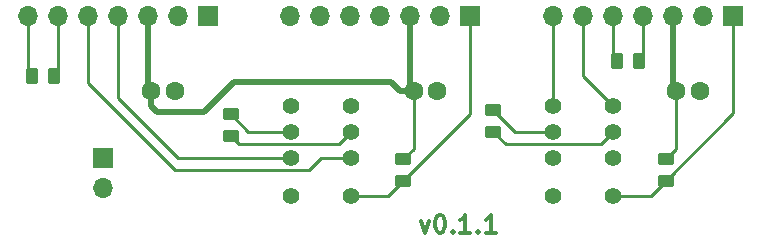
<source format=gbr>
%TF.GenerationSoftware,KiCad,Pcbnew,(6.0.0)*%
%TF.CreationDate,2022-01-08T11:13:19+00:00*%
%TF.ProjectId,Hub,4875622e-6b69-4636-9164-5f7063625858,rev?*%
%TF.SameCoordinates,Original*%
%TF.FileFunction,Copper,L1,Top*%
%TF.FilePolarity,Positive*%
%FSLAX46Y46*%
G04 Gerber Fmt 4.6, Leading zero omitted, Abs format (unit mm)*
G04 Created by KiCad (PCBNEW (6.0.0)) date 2022-01-08 11:13:19*
%MOMM*%
%LPD*%
G01*
G04 APERTURE LIST*
G04 Aperture macros list*
%AMRoundRect*
0 Rectangle with rounded corners*
0 $1 Rounding radius*
0 $2 $3 $4 $5 $6 $7 $8 $9 X,Y pos of 4 corners*
0 Add a 4 corners polygon primitive as box body*
4,1,4,$2,$3,$4,$5,$6,$7,$8,$9,$2,$3,0*
0 Add four circle primitives for the rounded corners*
1,1,$1+$1,$2,$3*
1,1,$1+$1,$4,$5*
1,1,$1+$1,$6,$7*
1,1,$1+$1,$8,$9*
0 Add four rect primitives between the rounded corners*
20,1,$1+$1,$2,$3,$4,$5,0*
20,1,$1+$1,$4,$5,$6,$7,0*
20,1,$1+$1,$6,$7,$8,$9,0*
20,1,$1+$1,$8,$9,$2,$3,0*%
G04 Aperture macros list end*
%ADD10C,0.300000*%
%TA.AperFunction,NonConductor*%
%ADD11C,0.300000*%
%TD*%
%TA.AperFunction,ComponentPad*%
%ADD12R,1.700000X1.700000*%
%TD*%
%TA.AperFunction,ComponentPad*%
%ADD13O,1.700000X1.700000*%
%TD*%
%TA.AperFunction,SMDPad,CuDef*%
%ADD14RoundRect,0.250000X0.262500X0.450000X-0.262500X0.450000X-0.262500X-0.450000X0.262500X-0.450000X0*%
%TD*%
%TA.AperFunction,SMDPad,CuDef*%
%ADD15RoundRect,0.250000X-0.262500X-0.450000X0.262500X-0.450000X0.262500X0.450000X-0.262500X0.450000X0*%
%TD*%
%TA.AperFunction,SMDPad,CuDef*%
%ADD16RoundRect,0.250000X0.450000X-0.262500X0.450000X0.262500X-0.450000X0.262500X-0.450000X-0.262500X0*%
%TD*%
%TA.AperFunction,ComponentPad*%
%ADD17C,1.600000*%
%TD*%
%TA.AperFunction,ComponentPad*%
%ADD18C,1.400000*%
%TD*%
%TA.AperFunction,SMDPad,CuDef*%
%ADD19RoundRect,0.250000X-0.450000X0.262500X-0.450000X-0.262500X0.450000X-0.262500X0.450000X0.262500X0*%
%TD*%
%TA.AperFunction,Conductor*%
%ADD20C,0.500000*%
%TD*%
%TA.AperFunction,Conductor*%
%ADD21C,0.250000*%
%TD*%
G04 APERTURE END LIST*
D10*
D11*
X128484714Y-99246571D02*
X128841857Y-100246571D01*
X129199000Y-99246571D01*
X130056142Y-98746571D02*
X130199000Y-98746571D01*
X130341857Y-98818000D01*
X130413285Y-98889428D01*
X130484714Y-99032285D01*
X130556142Y-99318000D01*
X130556142Y-99675142D01*
X130484714Y-99960857D01*
X130413285Y-100103714D01*
X130341857Y-100175142D01*
X130199000Y-100246571D01*
X130056142Y-100246571D01*
X129913285Y-100175142D01*
X129841857Y-100103714D01*
X129770428Y-99960857D01*
X129699000Y-99675142D01*
X129699000Y-99318000D01*
X129770428Y-99032285D01*
X129841857Y-98889428D01*
X129913285Y-98818000D01*
X130056142Y-98746571D01*
X131199000Y-100103714D02*
X131270428Y-100175142D01*
X131199000Y-100246571D01*
X131127571Y-100175142D01*
X131199000Y-100103714D01*
X131199000Y-100246571D01*
X132699000Y-100246571D02*
X131841857Y-100246571D01*
X132270428Y-100246571D02*
X132270428Y-98746571D01*
X132127571Y-98960857D01*
X131984714Y-99103714D01*
X131841857Y-99175142D01*
X133341857Y-100103714D02*
X133413285Y-100175142D01*
X133341857Y-100246571D01*
X133270428Y-100175142D01*
X133341857Y-100103714D01*
X133341857Y-100246571D01*
X134841857Y-100246571D02*
X133984714Y-100246571D01*
X134413285Y-100246571D02*
X134413285Y-98746571D01*
X134270428Y-98960857D01*
X134127571Y-99103714D01*
X133984714Y-99175142D01*
D12*
%TO.P,J4,1,Pin_1*%
%TO.N,VCC*%
X101600000Y-93980000D03*
D13*
%TO.P,J4,2,Pin_2*%
%TO.N,GND*%
X101600000Y-96520000D03*
%TD*%
D12*
%TO.P,J3,1,Pin_1*%
%TO.N,Net-(J3-Pad1)*%
X154920000Y-81940000D03*
D13*
%TO.P,J3,2,Pin_2*%
%TO.N,GND*%
X152380000Y-81940000D03*
%TO.P,J3,3,Pin_3*%
%TO.N,VCC*%
X149840000Y-81940000D03*
%TO.P,J3,4,Pin_4*%
%TO.N,Net-(J3-Pad4)*%
X147300000Y-81940000D03*
%TO.P,J3,5,Pin_5*%
%TO.N,Net-(J3-Pad5)*%
X144760000Y-81940000D03*
%TO.P,J3,6,Pin_6*%
%TO.N,Net-(J3-Pad6)*%
X142220000Y-81940000D03*
%TO.P,J3,7,Pin_7*%
%TO.N,Net-(J3-Pad7)*%
X139680000Y-81940000D03*
%TD*%
D12*
%TO.P,J2,1,Pin_1*%
%TO.N,Net-(J2-Pad1)*%
X132695000Y-81915000D03*
D13*
%TO.P,J2,2,Pin_2*%
%TO.N,GND*%
X130155000Y-81915000D03*
%TO.P,J2,3,Pin_3*%
%TO.N,VCC*%
X127615000Y-81915000D03*
%TO.P,J2,4,Pin_4*%
%TO.N,Net-(J2-Pad4)*%
X125075000Y-81915000D03*
%TO.P,J2,5,Pin_5*%
%TO.N,Net-(J2-Pad5)*%
X122535000Y-81915000D03*
%TO.P,J2,6,Pin_6*%
%TO.N,Net-(J2-Pad6)*%
X119995000Y-81915000D03*
%TO.P,J2,7,Pin_7*%
%TO.N,Net-(J2-Pad7)*%
X117455000Y-81915000D03*
%TD*%
D12*
%TO.P,J1,1,Pin_1*%
%TO.N,unconnected-(J1-Pad1)*%
X110490000Y-81940000D03*
D13*
%TO.P,J1,2,Pin_2*%
%TO.N,GND*%
X107950000Y-81940000D03*
%TO.P,J1,3,Pin_3*%
%TO.N,VCC*%
X105410000Y-81940000D03*
%TO.P,J1,4,Pin_4*%
%TO.N,Net-(J1-Pad4)*%
X102870000Y-81940000D03*
%TO.P,J1,5,Pin_5*%
%TO.N,Net-(J1-Pad5)*%
X100330000Y-81940000D03*
%TO.P,J1,6,Pin_6*%
%TO.N,Net-(J1-Pad6)*%
X97790000Y-81940000D03*
%TO.P,J1,7,Pin_7*%
%TO.N,Net-(J1-Pad7)*%
X95250000Y-81940000D03*
%TD*%
D14*
%TO.P,R4,1*%
%TO.N,Net-(J3-Pad4)*%
X146962500Y-85725000D03*
%TO.P,R4,2*%
%TO.N,Net-(J3-Pad5)*%
X145137500Y-85725000D03*
%TD*%
D15*
%TO.P,R1,1*%
%TO.N,Net-(J1-Pad7)*%
X95607500Y-86995000D03*
%TO.P,R1,2*%
%TO.N,Net-(J1-Pad6)*%
X97432500Y-86995000D03*
%TD*%
D16*
%TO.P,R2,1*%
%TO.N,Net-(K1-Pad3)*%
X112395000Y-92075000D03*
%TO.P,R2,2*%
%TO.N,Net-(K1-Pad6)*%
X112395000Y-90250000D03*
%TD*%
D17*
%TO.P,C2,1*%
%TO.N,VCC*%
X127905000Y-88265000D03*
%TO.P,C2,2*%
%TO.N,GND*%
X129905000Y-88265000D03*
%TD*%
D18*
%TO.P,K1,1*%
%TO.N,Net-(J2-Pad1)*%
X122555000Y-97145000D03*
%TO.P,K1,2*%
%TO.N,Net-(J1-Pad5)*%
X122555000Y-93945000D03*
%TO.P,K1,3*%
%TO.N,Net-(K1-Pad3)*%
X122555000Y-91745000D03*
%TO.P,K1,4*%
%TO.N,Net-(J2-Pad6)*%
X122555000Y-89545000D03*
%TO.P,K1,5*%
%TO.N,Net-(J2-Pad7)*%
X117475000Y-89545000D03*
%TO.P,K1,6*%
%TO.N,Net-(K1-Pad6)*%
X117475000Y-91745000D03*
%TO.P,K1,7*%
%TO.N,Net-(J1-Pad4)*%
X117475000Y-93945000D03*
%TO.P,K1,8*%
%TO.N,GND*%
X117475000Y-97145000D03*
%TD*%
%TO.P,K2,1*%
%TO.N,Net-(J3-Pad1)*%
X144780000Y-97145000D03*
%TO.P,K2,2*%
%TO.N,Net-(J2-Pad5)*%
X144780000Y-93945000D03*
%TO.P,K2,3*%
%TO.N,Net-(K2-Pad3)*%
X144780000Y-91745000D03*
%TO.P,K2,4*%
%TO.N,Net-(J3-Pad6)*%
X144780000Y-89545000D03*
%TO.P,K2,5*%
%TO.N,Net-(J3-Pad7)*%
X139700000Y-89545000D03*
%TO.P,K2,6*%
%TO.N,Net-(K2-Pad6)*%
X139700000Y-91745000D03*
%TO.P,K2,7*%
%TO.N,Net-(J2-Pad4)*%
X139700000Y-93945000D03*
%TO.P,K2,8*%
%TO.N,GND*%
X139700000Y-97145000D03*
%TD*%
D16*
%TO.P,R3,1*%
%TO.N,Net-(K2-Pad3)*%
X134620000Y-91717500D03*
%TO.P,R3,2*%
%TO.N,Net-(K2-Pad6)*%
X134620000Y-89892500D03*
%TD*%
D17*
%TO.P,C1,1*%
%TO.N,VCC*%
X105680000Y-88265000D03*
%TO.P,C1,2*%
%TO.N,GND*%
X107680000Y-88265000D03*
%TD*%
D19*
%TO.P,R6,1*%
%TO.N,VCC*%
X149225000Y-94060000D03*
%TO.P,R6,2*%
%TO.N,Net-(J3-Pad1)*%
X149225000Y-95885000D03*
%TD*%
%TO.P,R5,1*%
%TO.N,VCC*%
X127000000Y-94060000D03*
%TO.P,R5,2*%
%TO.N,Net-(J2-Pad1)*%
X127000000Y-95885000D03*
%TD*%
D17*
%TO.P,C3,1*%
%TO.N,VCC*%
X150130000Y-88265000D03*
%TO.P,C3,2*%
%TO.N,GND*%
X152130000Y-88265000D03*
%TD*%
D20*
%TO.N,VCC*%
X127615000Y-81915000D02*
X127615000Y-87975000D01*
X127615000Y-87975000D02*
X127905000Y-88265000D01*
X126746000Y-88265000D02*
X127905000Y-88265000D01*
X125984000Y-87503000D02*
X126746000Y-88265000D01*
X112649000Y-87503000D02*
X125984000Y-87503000D01*
X106172000Y-90043000D02*
X110109000Y-90043000D01*
X110109000Y-90043000D02*
X112649000Y-87503000D01*
X105680000Y-89551000D02*
X106172000Y-90043000D01*
X105680000Y-88265000D02*
X105680000Y-89551000D01*
X105410000Y-87995000D02*
X105680000Y-88265000D01*
X149840000Y-87975000D02*
X150130000Y-88265000D01*
D21*
X149225000Y-94060000D02*
X150130000Y-93155000D01*
X127000000Y-94060000D02*
X127905000Y-93155000D01*
X127905000Y-93155000D02*
X127905000Y-88265000D01*
D20*
X105410000Y-81940000D02*
X105410000Y-87995000D01*
D21*
X150130000Y-93155000D02*
X150130000Y-88265000D01*
D20*
X149840000Y-81940000D02*
X149840000Y-87975000D01*
D21*
%TO.N,Net-(J1-Pad4)*%
X107950000Y-93980000D02*
X107985000Y-93945000D01*
X102870000Y-88900000D02*
X107950000Y-93980000D01*
X102870000Y-81940000D02*
X102870000Y-88900000D01*
X107985000Y-93945000D02*
X117475000Y-93945000D01*
%TO.N,Net-(K1-Pad6)*%
X117475000Y-91745000D02*
X113890000Y-91745000D01*
X113890000Y-91745000D02*
X112395000Y-90250000D01*
%TO.N,Net-(J1-Pad6)*%
X97790000Y-86637500D02*
X97432500Y-86995000D01*
X97790000Y-81940000D02*
X97790000Y-86637500D01*
%TO.N,Net-(J1-Pad7)*%
X95250000Y-81940000D02*
X95250000Y-86637500D01*
X95250000Y-86637500D02*
X95607500Y-86995000D01*
%TO.N,Net-(K2-Pad3)*%
X135672011Y-92769511D02*
X143755489Y-92769511D01*
X143755489Y-92769511D02*
X144780000Y-91745000D01*
X134620000Y-91717500D02*
X135672011Y-92769511D01*
%TO.N,Net-(K2-Pad6)*%
X136472500Y-91745000D02*
X134620000Y-89892500D01*
X139700000Y-91745000D02*
X136472500Y-91745000D01*
%TO.N,Net-(J1-Pad5)*%
X100330000Y-87630000D02*
X100330000Y-81940000D01*
X120015000Y-93945000D02*
X118990489Y-94969511D01*
X118990489Y-94969511D02*
X107669511Y-94969511D01*
X107669511Y-94969511D02*
X100330000Y-87630000D01*
X120015000Y-93945000D02*
X122555000Y-93945000D01*
%TO.N,Net-(J2-Pad1)*%
X132695000Y-90190000D02*
X132695000Y-81915000D01*
X127000000Y-95885000D02*
X132695000Y-90190000D01*
X125740000Y-97145000D02*
X127000000Y-95885000D01*
X122555000Y-97145000D02*
X125740000Y-97145000D01*
%TO.N,Net-(J3-Pad4)*%
X146962500Y-85725000D02*
X147300000Y-85387500D01*
X147300000Y-85387500D02*
X147300000Y-81940000D01*
%TO.N,Net-(J3-Pad5)*%
X144760000Y-81940000D02*
X144760000Y-85347500D01*
X144760000Y-85347500D02*
X145137500Y-85725000D01*
%TO.N,Net-(K1-Pad3)*%
X113089511Y-92769511D02*
X121530489Y-92769511D01*
X121530489Y-92769511D02*
X122555000Y-91745000D01*
X112395000Y-92075000D02*
X113089511Y-92769511D01*
%TO.N,Net-(J3-Pad1)*%
X144780000Y-97145000D02*
X147965000Y-97145000D01*
X147965000Y-97145000D02*
X149225000Y-95885000D01*
X154920000Y-83165000D02*
X154920000Y-81940000D01*
X154940000Y-90170000D02*
X154940000Y-83185000D01*
X154940000Y-83185000D02*
X154920000Y-83165000D01*
X149225000Y-95885000D02*
X154940000Y-90170000D01*
%TO.N,Net-(J3-Pad6)*%
X142220000Y-81940000D02*
X142220000Y-86985000D01*
X142220000Y-86985000D02*
X144780000Y-89545000D01*
%TO.N,Net-(J3-Pad7)*%
X139680000Y-81940000D02*
X139680000Y-89525000D01*
X139680000Y-89525000D02*
X139700000Y-89545000D01*
%TD*%
M02*

</source>
